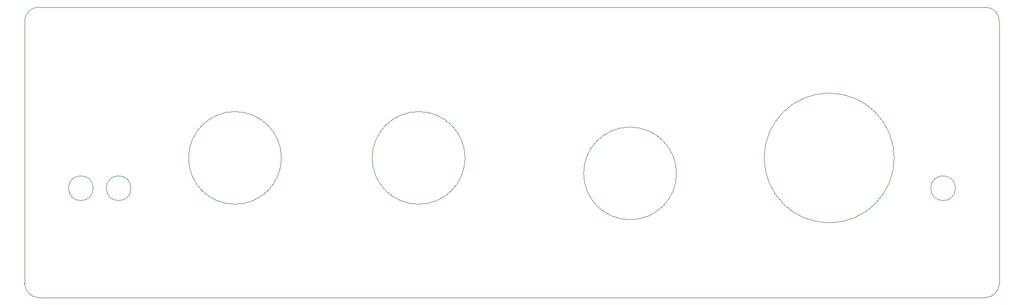
<source format=gbr>
G04 #@! TF.GenerationSoftware,KiCad,Pcbnew,(5.1.12)-1*
G04 #@! TF.CreationDate,2022-02-09T13:03:28+03:00*
G04 #@! TF.ProjectId,ADAU1701 panel,41444155-3137-4303-9120-70616e656c2e,rev?*
G04 #@! TF.SameCoordinates,Original*
G04 #@! TF.FileFunction,Profile,NP*
%FSLAX46Y46*%
G04 Gerber Fmt 4.6, Leading zero omitted, Abs format (unit mm)*
G04 Created by KiCad (PCBNEW (5.1.12)-1) date 2022-02-09 13:03:28*
%MOMM*%
%LPD*%
G01*
G04 APERTURE LIST*
G04 #@! TA.AperFunction,Profile*
%ADD10C,0.050000*%
G04 #@! TD*
G04 APERTURE END LIST*
D10*
X67800000Y-139100000D02*
X220700000Y-139100000D01*
X67800000Y-92100000D02*
X220700000Y-92100000D01*
X65500000Y-136800000D02*
X65500000Y-94400000D01*
X223000000Y-94400000D02*
X223000000Y-136800000D01*
X76600000Y-121400000D02*
G75*
G03*
X76600000Y-121400000I-2000000J0D01*
G01*
X82700000Y-121400000D02*
G75*
G03*
X82700000Y-121400000I-2000000J0D01*
G01*
X215900000Y-121400000D02*
G75*
G03*
X215900000Y-121400000I-2000000J0D01*
G01*
X220700000Y-92100000D02*
G75*
G02*
X223000000Y-94400000I0J-2300000D01*
G01*
X223000000Y-136800000D02*
G75*
G02*
X220700000Y-139100000I-2300000J0D01*
G01*
X67800000Y-139100000D02*
G75*
G02*
X65500000Y-136800000I0J2300000D01*
G01*
X65500000Y-94400000D02*
G75*
G02*
X67800000Y-92100000I2300000J0D01*
G01*
X107000000Y-116500000D02*
G75*
G03*
X107000000Y-116500000I-7500000J0D01*
G01*
X136666666Y-116500000D02*
G75*
G03*
X136666666Y-116500000I-7500000J0D01*
G01*
X170833332Y-119000000D02*
G75*
G03*
X170833332Y-119000000I-7500000J0D01*
G01*
X206000000Y-116500000D02*
G75*
G03*
X206000000Y-116500000I-10500000J0D01*
G01*
M02*

</source>
